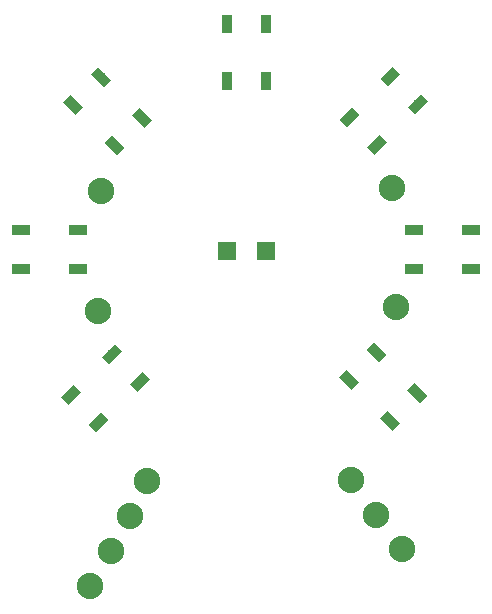
<source format=gtl>
G04 #@! TF.GenerationSoftware,KiCad,Pcbnew,(2017-05-14 revision 14bb238b3)-makepkg*
G04 #@! TF.CreationDate,2017-07-07T13:01:08-06:00*
G04 #@! TF.ProjectId,001,3030312E6B696361645F706362000000,rev?*
G04 #@! TF.FileFunction,Copper,L1,Top*
G04 #@! TF.FilePolarity,Positive*
%FSLAX46Y46*%
G04 Gerber Fmt 4.6, Leading zero omitted, Abs format (unit mm)*
G04 Created by KiCad (PCBNEW (2017-05-14 revision 14bb238b3)-makepkg) date 07/07/17 13:01:08*
%MOMM*%
%LPD*%
G01*
G04 APERTURE LIST*
%ADD10C,0.100000*%
%ADD11C,2.235200*%
%ADD12R,1.500000X1.500000*%
%ADD13C,0.889000*%
%ADD14R,0.889000X1.498600*%
%ADD15R,1.498600X0.889000*%
G04 APERTURE END LIST*
D10*
D11*
X121473720Y-90496560D03*
X120025920Y-93493760D03*
X118400320Y-96440160D03*
X116647720Y-99437360D03*
X142479520Y-75815360D03*
X142174720Y-65706160D03*
X138720320Y-90445760D03*
X140853920Y-93392160D03*
X117574820Y-65960160D03*
X143063720Y-96313160D03*
D12*
X131531120Y-71065560D03*
X128231120Y-71065560D03*
D11*
X117308120Y-76145560D03*
D13*
X140932144Y-62070002D03*
D10*
G36*
X140716618Y-62914146D02*
X140088000Y-62285528D01*
X141147670Y-61225858D01*
X141776288Y-61854476D01*
X140716618Y-62914146D01*
X140716618Y-62914146D01*
G37*
D13*
X138597278Y-59735136D03*
D10*
G36*
X138381752Y-60579280D02*
X137753134Y-59950662D01*
X138812804Y-58890992D01*
X139441422Y-59519610D01*
X138381752Y-60579280D01*
X138381752Y-60579280D01*
G37*
D13*
X142045696Y-56286718D03*
D10*
G36*
X141830170Y-57130862D02*
X141201552Y-56502244D01*
X142261222Y-55442574D01*
X142889840Y-56071192D01*
X141830170Y-57130862D01*
X141830170Y-57130862D01*
G37*
D13*
X144380562Y-58621584D03*
D10*
G36*
X144165036Y-59465728D02*
X143536418Y-58837110D01*
X144596088Y-57777440D01*
X145224706Y-58406058D01*
X144165036Y-59465728D01*
X144165036Y-59465728D01*
G37*
D14*
X131532120Y-51812360D03*
X128230120Y-51812360D03*
X128230120Y-56689160D03*
X131532120Y-56689160D03*
D13*
X115203878Y-58672384D03*
D10*
G36*
X114359734Y-58456858D02*
X114988352Y-57828240D01*
X116048022Y-58887910D01*
X115419404Y-59516528D01*
X114359734Y-58456858D01*
X114359734Y-58456858D01*
G37*
D13*
X117538744Y-56337518D03*
D10*
G36*
X116694600Y-56121992D02*
X117323218Y-55493374D01*
X118382888Y-56553044D01*
X117754270Y-57181662D01*
X116694600Y-56121992D01*
X116694600Y-56121992D01*
G37*
D13*
X120987162Y-59785936D03*
D10*
G36*
X120143018Y-59570410D02*
X120771636Y-58941792D01*
X121831306Y-60001462D01*
X121202688Y-60630080D01*
X120143018Y-59570410D01*
X120143018Y-59570410D01*
G37*
D13*
X118652296Y-62120802D03*
D10*
G36*
X117808152Y-61905276D02*
X118436770Y-61276658D01*
X119496440Y-62336328D01*
X118867822Y-62964946D01*
X117808152Y-61905276D01*
X117808152Y-61905276D01*
G37*
D15*
X115606320Y-72614960D03*
X115606320Y-69312960D03*
X110729520Y-69312960D03*
X110729520Y-72614960D03*
D13*
X117360944Y-85565002D03*
D10*
G36*
X117145418Y-86409146D02*
X116516800Y-85780528D01*
X117576470Y-84720858D01*
X118205088Y-85349476D01*
X117145418Y-86409146D01*
X117145418Y-86409146D01*
G37*
D13*
X115026078Y-83230136D03*
D10*
G36*
X114810552Y-84074280D02*
X114181934Y-83445662D01*
X115241604Y-82385992D01*
X115870222Y-83014610D01*
X114810552Y-84074280D01*
X114810552Y-84074280D01*
G37*
D13*
X118474496Y-79781718D03*
D10*
G36*
X118258970Y-80625862D02*
X117630352Y-79997244D01*
X118690022Y-78937574D01*
X119318640Y-79566192D01*
X118258970Y-80625862D01*
X118258970Y-80625862D01*
G37*
D13*
X120809362Y-82116584D03*
D10*
G36*
X120593836Y-82960728D02*
X119965218Y-82332110D01*
X121024888Y-81272440D01*
X121653506Y-81901058D01*
X120593836Y-82960728D01*
X120593836Y-82960728D01*
G37*
D13*
X141969496Y-85412602D03*
D10*
G36*
X141125352Y-85197076D02*
X141753970Y-84568458D01*
X142813640Y-85628128D01*
X142185022Y-86256746D01*
X141125352Y-85197076D01*
X141125352Y-85197076D01*
G37*
D13*
X144304362Y-83077736D03*
D10*
G36*
X143460218Y-82862210D02*
X144088836Y-82233592D01*
X145148506Y-83293262D01*
X144519888Y-83921880D01*
X143460218Y-82862210D01*
X143460218Y-82862210D01*
G37*
D13*
X140855944Y-79629318D03*
D10*
G36*
X140011800Y-79413792D02*
X140640418Y-78785174D01*
X141700088Y-79844844D01*
X141071470Y-80473462D01*
X140011800Y-79413792D01*
X140011800Y-79413792D01*
G37*
D13*
X138521078Y-81964184D03*
D10*
G36*
X137676934Y-81748658D02*
X138305552Y-81120040D01*
X139365222Y-82179710D01*
X138736604Y-82808328D01*
X137676934Y-81748658D01*
X137676934Y-81748658D01*
G37*
D15*
X144003520Y-72564160D03*
X144003520Y-69262160D03*
X148880320Y-69262160D03*
X148880320Y-72564160D03*
M02*

</source>
